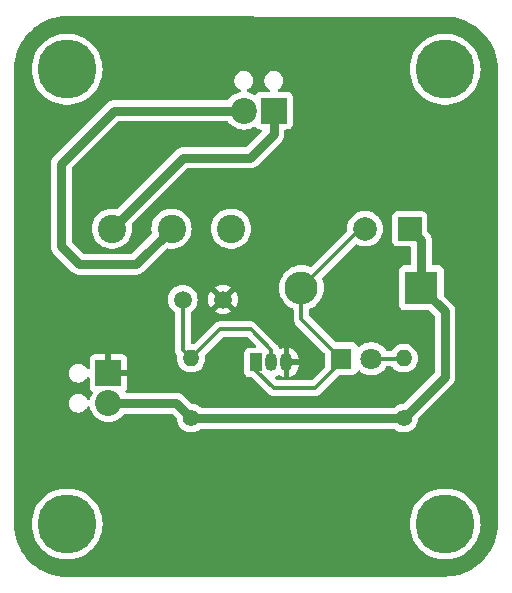
<source format=gbr>
%TF.GenerationSoftware,KiCad,Pcbnew,8.0.5*%
%TF.CreationDate,2024-12-26T12:48:10+03:00*%
%TF.ProjectId,LDR_Project,4c44525f-5072-46f6-9a65-63742e6b6963,rev?*%
%TF.SameCoordinates,Original*%
%TF.FileFunction,Copper,L1,Top*%
%TF.FilePolarity,Positive*%
%FSLAX46Y46*%
G04 Gerber Fmt 4.6, Leading zero omitted, Abs format (unit mm)*
G04 Created by KiCad (PCBNEW 8.0.5) date 2024-12-26 12:48:10*
%MOMM*%
%LPD*%
G01*
G04 APERTURE LIST*
%TA.AperFunction,ComponentPad*%
%ADD10C,1.500000*%
%TD*%
%TA.AperFunction,ComponentPad*%
%ADD11C,1.400000*%
%TD*%
%TA.AperFunction,ComponentPad*%
%ADD12O,1.400000X1.400000*%
%TD*%
%TA.AperFunction,ComponentPad*%
%ADD13R,1.050000X1.500000*%
%TD*%
%TA.AperFunction,ComponentPad*%
%ADD14O,1.050000X1.500000*%
%TD*%
%TA.AperFunction,ComponentPad*%
%ADD15R,2.200000X2.200000*%
%TD*%
%TA.AperFunction,ComponentPad*%
%ADD16C,2.200000*%
%TD*%
%TA.AperFunction,ComponentPad*%
%ADD17C,5.000000*%
%TD*%
%TA.AperFunction,ComponentPad*%
%ADD18R,1.800000X1.800000*%
%TD*%
%TA.AperFunction,ComponentPad*%
%ADD19C,1.800000*%
%TD*%
%TA.AperFunction,ComponentPad*%
%ADD20C,2.400000*%
%TD*%
%TA.AperFunction,ComponentPad*%
%ADD21R,2.000000X2.000000*%
%TD*%
%TA.AperFunction,ComponentPad*%
%ADD22C,2.000000*%
%TD*%
%TA.AperFunction,ComponentPad*%
%ADD23R,2.800000X2.800000*%
%TD*%
%TA.AperFunction,ComponentPad*%
%ADD24O,2.800000X2.800000*%
%TD*%
%TA.AperFunction,Conductor*%
%ADD25C,0.762000*%
%TD*%
%TA.AperFunction,Conductor*%
%ADD26C,0.300000*%
%TD*%
G04 APERTURE END LIST*
D10*
%TO.P,R3,1*%
%TO.N,Net-(Q1-B)*%
X125300000Y-85000000D03*
%TO.P,R3,2*%
%TO.N,GND*%
X128700000Y-85000000D03*
%TD*%
D11*
%TO.P,R1,1*%
%TO.N,Net-(D1-K)*%
X126000000Y-95040000D03*
D12*
%TO.P,R1,2*%
%TO.N,Net-(Q1-B)*%
X126000000Y-89960000D03*
%TD*%
D13*
%TO.P,Q1,1,C*%
%TO.N,Net-(D1-A)*%
X131535000Y-90325000D03*
D14*
%TO.P,Q1,2,B*%
%TO.N,Net-(Q1-B)*%
X132805000Y-90325000D03*
%TO.P,Q1,3,E*%
%TO.N,GND*%
X134075000Y-90325000D03*
%TD*%
D15*
%TO.P,J2,1,Pin_1*%
%TO.N,GND*%
X119000000Y-91230000D03*
D16*
%TO.P,J2,2,Pin_2*%
%TO.N,Net-(D1-K)*%
X119000000Y-93770000D03*
%TD*%
D17*
%TO.P,H2,1*%
%TO.N,N/C*%
X115500000Y-104000000D03*
%TD*%
D18*
%TO.P,D2,1,K*%
%TO.N,Net-(D1-A)*%
X138725000Y-90000000D03*
D19*
%TO.P,D2,2,A*%
%TO.N,Net-(D2-A)*%
X141265000Y-90000000D03*
%TD*%
D17*
%TO.P,H3,1*%
%TO.N,N/C*%
X147500000Y-65500000D03*
%TD*%
%TO.P,H1,1*%
%TO.N,N/C*%
X115500000Y-65500000D03*
%TD*%
%TO.P,H4,1*%
%TO.N,N/C*%
X147500000Y-104000000D03*
%TD*%
D15*
%TO.P,J1,1,Pin_1*%
%TO.N,Net-(J1-Pin_1)*%
X133000000Y-69000000D03*
D16*
%TO.P,J1,2,Pin_2*%
%TO.N,Net-(J1-Pin_2)*%
X130460000Y-69000000D03*
%TD*%
D20*
%TO.P,K1,11*%
%TO.N,Net-(J1-Pin_2)*%
X124340000Y-79000000D03*
%TO.P,K1,12*%
%TO.N,unconnected-(K1-Pad12)*%
X129380000Y-79000000D03*
%TO.P,K1,14*%
%TO.N,Net-(J1-Pin_1)*%
X119300000Y-79000000D03*
D21*
%TO.P,K1,A1*%
%TO.N,Net-(D1-K)*%
X144500000Y-79000000D03*
D22*
%TO.P,K1,A2*%
%TO.N,Net-(D1-A)*%
X140720000Y-79000000D03*
%TD*%
D23*
%TO.P,D1,1,K*%
%TO.N,Net-(D1-K)*%
X145500000Y-84000000D03*
D24*
%TO.P,D1,2,A*%
%TO.N,Net-(D1-A)*%
X135340000Y-84000000D03*
%TD*%
D11*
%TO.P,R2,1*%
%TO.N,Net-(D1-K)*%
X144000000Y-95040000D03*
D12*
%TO.P,R2,2*%
%TO.N,Net-(D2-A)*%
X144000000Y-89960000D03*
%TD*%
D25*
%TO.N,Net-(D1-K)*%
X124730000Y-93770000D02*
X126000000Y-95040000D01*
X147500000Y-86000000D02*
X145500000Y-84000000D01*
X144000000Y-95040000D02*
X147500000Y-91540000D01*
X145500000Y-84000000D02*
X145500000Y-80000000D01*
X147500000Y-91540000D02*
X147500000Y-86000000D01*
X119000000Y-93770000D02*
X124730000Y-93770000D01*
X126000000Y-95040000D02*
X144000000Y-95040000D01*
X145500000Y-80000000D02*
X144500000Y-79000000D01*
D26*
%TO.N,Net-(D1-A)*%
X135340000Y-84000000D02*
X135340000Y-86615000D01*
X131535000Y-90325000D02*
X131535000Y-91035000D01*
X138725000Y-90275000D02*
X138725000Y-90000000D01*
X135340000Y-84000000D02*
X140340000Y-79000000D01*
X131535000Y-91035000D02*
X133000000Y-92500000D01*
X133000000Y-92500000D02*
X136500000Y-92500000D01*
X135340000Y-86615000D02*
X138725000Y-90000000D01*
X140340000Y-79000000D02*
X140720000Y-79000000D01*
X136500000Y-92500000D02*
X138725000Y-90275000D01*
%TO.N,Net-(D2-A)*%
X143960000Y-90000000D02*
X144000000Y-89960000D01*
X141265000Y-90000000D02*
X143960000Y-90000000D01*
D25*
%TO.N,Net-(J1-Pin_1)*%
X119300000Y-79000000D02*
X125300000Y-73000000D01*
X133000000Y-71000000D02*
X133000000Y-69000000D01*
X125300000Y-73000000D02*
X131000000Y-73000000D01*
X131000000Y-73000000D02*
X133000000Y-71000000D01*
%TO.N,Net-(J1-Pin_2)*%
X115000000Y-73500000D02*
X119500000Y-69000000D01*
X115000000Y-80500000D02*
X115000000Y-73500000D01*
X119500000Y-69000000D02*
X130460000Y-69000000D01*
X124340000Y-79000000D02*
X121340000Y-82000000D01*
X121340000Y-82000000D02*
X116500000Y-82000000D01*
X116500000Y-82000000D02*
X115000000Y-80500000D01*
D26*
%TO.N,Net-(Q1-B)*%
X125300000Y-89260000D02*
X126000000Y-89960000D01*
X132805000Y-89275000D02*
X132805000Y-90325000D01*
X125300000Y-85000000D02*
X125300000Y-89260000D01*
X128460000Y-87500000D02*
X131030000Y-87500000D01*
X131030000Y-87500000D02*
X132805000Y-89275000D01*
X126000000Y-89960000D02*
X128460000Y-87500000D01*
%TD*%
%TA.AperFunction,Conductor*%
%TO.N,GND*%
G36*
X147389881Y-61035950D02*
G01*
X147391137Y-61036034D01*
X147398573Y-61036034D01*
X147398577Y-61036035D01*
X147461771Y-61036034D01*
X147467180Y-61036152D01*
X147851241Y-61052917D01*
X147861975Y-61053857D01*
X148240446Y-61103682D01*
X148251065Y-61105554D01*
X148623762Y-61188176D01*
X148634176Y-61190967D01*
X148998246Y-61305756D01*
X149008381Y-61309445D01*
X149361045Y-61455522D01*
X149370840Y-61460090D01*
X149709416Y-61636340D01*
X149718784Y-61641748D01*
X150040719Y-61846842D01*
X150049580Y-61853047D01*
X150352404Y-62085412D01*
X150360685Y-62092361D01*
X150642110Y-62350240D01*
X150649759Y-62357889D01*
X150907638Y-62639314D01*
X150914588Y-62647597D01*
X151030772Y-62799010D01*
X151146952Y-62950419D01*
X151153157Y-62959280D01*
X151358251Y-63281215D01*
X151363659Y-63290583D01*
X151539907Y-63629154D01*
X151544479Y-63638959D01*
X151690548Y-63991603D01*
X151694247Y-64001766D01*
X151797825Y-64330278D01*
X151809027Y-64365805D01*
X151811827Y-64376254D01*
X151894442Y-64748917D01*
X151896320Y-64759570D01*
X151946140Y-65138002D01*
X151947083Y-65148779D01*
X151963847Y-65532827D01*
X151963965Y-65538235D01*
X151963965Y-65611410D01*
X151963966Y-65611423D01*
X151963966Y-103890966D01*
X151963965Y-103890984D01*
X151963965Y-103961764D01*
X151963847Y-103967172D01*
X151947083Y-104351220D01*
X151946140Y-104361997D01*
X151896320Y-104740429D01*
X151894442Y-104751082D01*
X151811827Y-105123745D01*
X151809027Y-105134194D01*
X151694248Y-105498231D01*
X151690548Y-105508396D01*
X151544479Y-105861040D01*
X151539907Y-105870845D01*
X151363659Y-106209416D01*
X151358251Y-106218784D01*
X151153157Y-106540719D01*
X151146952Y-106549580D01*
X150914592Y-106852398D01*
X150907638Y-106860685D01*
X150649759Y-107142110D01*
X150642110Y-107149759D01*
X150360685Y-107407638D01*
X150352398Y-107414592D01*
X150049580Y-107646952D01*
X150040719Y-107653157D01*
X149718784Y-107858251D01*
X149709416Y-107863659D01*
X149370845Y-108039907D01*
X149361040Y-108044479D01*
X149008396Y-108190548D01*
X148998231Y-108194248D01*
X148634194Y-108309027D01*
X148623745Y-108311827D01*
X148251082Y-108394442D01*
X148240429Y-108396320D01*
X147861997Y-108446140D01*
X147851220Y-108447083D01*
X147467180Y-108463847D01*
X147461772Y-108463965D01*
X147391240Y-108463965D01*
X147389976Y-108464048D01*
X115502776Y-108499497D01*
X115497229Y-108499379D01*
X115113249Y-108482614D01*
X115102473Y-108481671D01*
X114724042Y-108431849D01*
X114713389Y-108429971D01*
X114340727Y-108347354D01*
X114330278Y-108344554D01*
X113966244Y-108229775D01*
X113956078Y-108226075D01*
X113603427Y-108080002D01*
X113593623Y-108075430D01*
X113255057Y-107899183D01*
X113245689Y-107893775D01*
X112923755Y-107688681D01*
X112914894Y-107682476D01*
X112612069Y-107450110D01*
X112603782Y-107443156D01*
X112322364Y-107185284D01*
X112314715Y-107177635D01*
X112056843Y-106896217D01*
X112049889Y-106887930D01*
X111817523Y-106585105D01*
X111811318Y-106576244D01*
X111606224Y-106254310D01*
X111600816Y-106244942D01*
X111570228Y-106186183D01*
X111424566Y-105906369D01*
X111419997Y-105896572D01*
X111407352Y-105866044D01*
X111273920Y-105543911D01*
X111270224Y-105533755D01*
X111155442Y-105169710D01*
X111152648Y-105159284D01*
X111070025Y-104786597D01*
X111068152Y-104775971D01*
X111018326Y-104397506D01*
X111017386Y-104386771D01*
X111000618Y-104002702D01*
X111000559Y-103999996D01*
X112494415Y-103999996D01*
X112494415Y-104000003D01*
X112514738Y-104348927D01*
X112514739Y-104348938D01*
X112575428Y-104693127D01*
X112575430Y-104693134D01*
X112675674Y-105027972D01*
X112814107Y-105348895D01*
X112814113Y-105348908D01*
X112988870Y-105651597D01*
X113197584Y-105931949D01*
X113197589Y-105931955D01*
X113229383Y-105965654D01*
X113437442Y-106186183D01*
X113518633Y-106254310D01*
X113705186Y-106410847D01*
X113705194Y-106410853D01*
X113997203Y-106602911D01*
X113997207Y-106602913D01*
X114309549Y-106759777D01*
X114637989Y-106879319D01*
X114978086Y-106959923D01*
X115325241Y-107000500D01*
X115325248Y-107000500D01*
X115674752Y-107000500D01*
X115674759Y-107000500D01*
X116021914Y-106959923D01*
X116362011Y-106879319D01*
X116690451Y-106759777D01*
X117002793Y-106602913D01*
X117294811Y-106410849D01*
X117562558Y-106186183D01*
X117802412Y-105931953D01*
X118011130Y-105651596D01*
X118185889Y-105348904D01*
X118324326Y-105027971D01*
X118424569Y-104693136D01*
X118426718Y-104680953D01*
X118485260Y-104348938D01*
X118485259Y-104348938D01*
X118485262Y-104348927D01*
X118505585Y-104000000D01*
X118505585Y-103999996D01*
X144494415Y-103999996D01*
X144494415Y-104000003D01*
X144514738Y-104348927D01*
X144514739Y-104348938D01*
X144575428Y-104693127D01*
X144575430Y-104693134D01*
X144675674Y-105027972D01*
X144814107Y-105348895D01*
X144814113Y-105348908D01*
X144988870Y-105651597D01*
X145197584Y-105931949D01*
X145197589Y-105931955D01*
X145229383Y-105965654D01*
X145437442Y-106186183D01*
X145518633Y-106254310D01*
X145705186Y-106410847D01*
X145705194Y-106410853D01*
X145997203Y-106602911D01*
X145997207Y-106602913D01*
X146309549Y-106759777D01*
X146637989Y-106879319D01*
X146978086Y-106959923D01*
X147325241Y-107000500D01*
X147325248Y-107000500D01*
X147674752Y-107000500D01*
X147674759Y-107000500D01*
X148021914Y-106959923D01*
X148362011Y-106879319D01*
X148690451Y-106759777D01*
X149002793Y-106602913D01*
X149294811Y-106410849D01*
X149562558Y-106186183D01*
X149802412Y-105931953D01*
X150011130Y-105651596D01*
X150185889Y-105348904D01*
X150324326Y-105027971D01*
X150424569Y-104693136D01*
X150426718Y-104680953D01*
X150485260Y-104348938D01*
X150485259Y-104348938D01*
X150485262Y-104348927D01*
X150505585Y-104000000D01*
X150505427Y-103997293D01*
X150499234Y-103890966D01*
X150485262Y-103651073D01*
X150485260Y-103651061D01*
X150424571Y-103306872D01*
X150424569Y-103306865D01*
X150324325Y-102972027D01*
X150185892Y-102651104D01*
X150185889Y-102651096D01*
X150011130Y-102348404D01*
X150011129Y-102348402D01*
X149802415Y-102068050D01*
X149802410Y-102068044D01*
X149686433Y-101945117D01*
X149562558Y-101813817D01*
X149414488Y-101689572D01*
X149294813Y-101589152D01*
X149294805Y-101589146D01*
X149002796Y-101397088D01*
X148690458Y-101240226D01*
X148690452Y-101240223D01*
X148362012Y-101120681D01*
X148362009Y-101120680D01*
X148021915Y-101040077D01*
X147978519Y-101035004D01*
X147674759Y-100999500D01*
X147325241Y-100999500D01*
X147021480Y-101035004D01*
X146978085Y-101040077D01*
X146978083Y-101040077D01*
X146637990Y-101120680D01*
X146637987Y-101120681D01*
X146309547Y-101240223D01*
X146309541Y-101240226D01*
X145997203Y-101397088D01*
X145705194Y-101589146D01*
X145705186Y-101589152D01*
X145437442Y-101813817D01*
X145437440Y-101813819D01*
X145197589Y-102068044D01*
X145197584Y-102068050D01*
X144988870Y-102348402D01*
X144814113Y-102651091D01*
X144814107Y-102651104D01*
X144675674Y-102972027D01*
X144575430Y-103306865D01*
X144575428Y-103306872D01*
X144514739Y-103651061D01*
X144514738Y-103651072D01*
X144494415Y-103999996D01*
X118505585Y-103999996D01*
X118505427Y-103997293D01*
X118499234Y-103890966D01*
X118485262Y-103651073D01*
X118485260Y-103651061D01*
X118424571Y-103306872D01*
X118424569Y-103306865D01*
X118324325Y-102972027D01*
X118185892Y-102651104D01*
X118185889Y-102651096D01*
X118011130Y-102348404D01*
X118011129Y-102348402D01*
X117802415Y-102068050D01*
X117802410Y-102068044D01*
X117686433Y-101945117D01*
X117562558Y-101813817D01*
X117414488Y-101689572D01*
X117294813Y-101589152D01*
X117294805Y-101589146D01*
X117002796Y-101397088D01*
X116690458Y-101240226D01*
X116690452Y-101240223D01*
X116362012Y-101120681D01*
X116362009Y-101120680D01*
X116021915Y-101040077D01*
X115978519Y-101035004D01*
X115674759Y-100999500D01*
X115325241Y-100999500D01*
X115021480Y-101035004D01*
X114978085Y-101040077D01*
X114978083Y-101040077D01*
X114637990Y-101120680D01*
X114637987Y-101120681D01*
X114309547Y-101240223D01*
X114309541Y-101240226D01*
X113997203Y-101397088D01*
X113705194Y-101589146D01*
X113705186Y-101589152D01*
X113437442Y-101813817D01*
X113437440Y-101813819D01*
X113197589Y-102068044D01*
X113197584Y-102068050D01*
X112988870Y-102348402D01*
X112814113Y-102651091D01*
X112814107Y-102651104D01*
X112675674Y-102972027D01*
X112575430Y-103306865D01*
X112575428Y-103306872D01*
X112514739Y-103651061D01*
X112514738Y-103651072D01*
X112494415Y-103999996D01*
X111000559Y-103999996D01*
X111000500Y-103997293D01*
X111000500Y-91151153D01*
X115659500Y-91151153D01*
X115659500Y-91308846D01*
X115690261Y-91463489D01*
X115690264Y-91463501D01*
X115750602Y-91609172D01*
X115750609Y-91609185D01*
X115838210Y-91740288D01*
X115838213Y-91740292D01*
X115949707Y-91851786D01*
X115949711Y-91851789D01*
X116080814Y-91939390D01*
X116080827Y-91939397D01*
X116226498Y-91999735D01*
X116226503Y-91999737D01*
X116381153Y-92030499D01*
X116381156Y-92030500D01*
X116381158Y-92030500D01*
X116538844Y-92030500D01*
X116538845Y-92030499D01*
X116693497Y-91999737D01*
X116839179Y-91939394D01*
X116970289Y-91851789D01*
X117081789Y-91740289D01*
X117156595Y-91628334D01*
X117172779Y-91604114D01*
X117175145Y-91605695D01*
X117215530Y-91564526D01*
X117283657Y-91549019D01*
X117349353Y-91572805D01*
X117391760Y-91628334D01*
X117400000Y-91672782D01*
X117400000Y-92377844D01*
X117406401Y-92437372D01*
X117406403Y-92437379D01*
X117456645Y-92572086D01*
X117456649Y-92572093D01*
X117542809Y-92687187D01*
X117542812Y-92687190D01*
X117619366Y-92744499D01*
X117661237Y-92800433D01*
X117666221Y-92870124D01*
X117650783Y-92908555D01*
X117569531Y-93041145D01*
X117473126Y-93273889D01*
X117432997Y-93441043D01*
X117398206Y-93501635D01*
X117336180Y-93533799D01*
X117266611Y-93527323D01*
X117211587Y-93484263D01*
X117197862Y-93459548D01*
X117169397Y-93390827D01*
X117169390Y-93390814D01*
X117081789Y-93259711D01*
X117081786Y-93259707D01*
X116970292Y-93148213D01*
X116970288Y-93148210D01*
X116839181Y-93060607D01*
X116839172Y-93060602D01*
X116693501Y-93000264D01*
X116693489Y-93000261D01*
X116538845Y-92969500D01*
X116538842Y-92969500D01*
X116381158Y-92969500D01*
X116381155Y-92969500D01*
X116226510Y-93000261D01*
X116226498Y-93000264D01*
X116080827Y-93060602D01*
X116080819Y-93060607D01*
X115949711Y-93148210D01*
X115949707Y-93148213D01*
X115838213Y-93259707D01*
X115838210Y-93259711D01*
X115750609Y-93390814D01*
X115750602Y-93390827D01*
X115690264Y-93536498D01*
X115690261Y-93536510D01*
X115659500Y-93691153D01*
X115659500Y-93848846D01*
X115690261Y-94003489D01*
X115690264Y-94003501D01*
X115750602Y-94149172D01*
X115750609Y-94149185D01*
X115838210Y-94280288D01*
X115838213Y-94280292D01*
X115949707Y-94391786D01*
X115949711Y-94391789D01*
X116080814Y-94479390D01*
X116080827Y-94479397D01*
X116226498Y-94539735D01*
X116226503Y-94539737D01*
X116381153Y-94570499D01*
X116381156Y-94570500D01*
X116381158Y-94570500D01*
X116538844Y-94570500D01*
X116538845Y-94570499D01*
X116693497Y-94539737D01*
X116839179Y-94479394D01*
X116970289Y-94391789D01*
X117081789Y-94280289D01*
X117169394Y-94149179D01*
X117169395Y-94149176D01*
X117169397Y-94149173D01*
X117197862Y-94080451D01*
X117241702Y-94026047D01*
X117307996Y-94003982D01*
X117375696Y-94021261D01*
X117423307Y-94072398D01*
X117432997Y-94098956D01*
X117473126Y-94266110D01*
X117569533Y-94498859D01*
X117701160Y-94713653D01*
X117701161Y-94713656D01*
X117701164Y-94713659D01*
X117864776Y-94905224D01*
X118013066Y-95031875D01*
X118056343Y-95068838D01*
X118056346Y-95068839D01*
X118271140Y-95200466D01*
X118418580Y-95261537D01*
X118503889Y-95296873D01*
X118748852Y-95355683D01*
X119000000Y-95375449D01*
X119251148Y-95355683D01*
X119496111Y-95296873D01*
X119728859Y-95200466D01*
X119943659Y-95068836D01*
X120135224Y-94905224D01*
X120298836Y-94713659D01*
X120300645Y-94710707D01*
X120301625Y-94709819D01*
X120301704Y-94709712D01*
X120301726Y-94709728D01*
X120352459Y-94663833D01*
X120406371Y-94651500D01*
X124313508Y-94651500D01*
X124380547Y-94671185D01*
X124401189Y-94687819D01*
X124766883Y-95053513D01*
X124800368Y-95114836D01*
X124802673Y-95129752D01*
X124814885Y-95261535D01*
X124814885Y-95261537D01*
X124875769Y-95475523D01*
X124875775Y-95475538D01*
X124974938Y-95674683D01*
X124974943Y-95674691D01*
X125109020Y-95852238D01*
X125273437Y-96002123D01*
X125273439Y-96002125D01*
X125462595Y-96119245D01*
X125462596Y-96119245D01*
X125462599Y-96119247D01*
X125670060Y-96199618D01*
X125888757Y-96240500D01*
X125888759Y-96240500D01*
X126111241Y-96240500D01*
X126111243Y-96240500D01*
X126329940Y-96199618D01*
X126537401Y-96119247D01*
X126726562Y-96002124D01*
X126779502Y-95953863D01*
X126842306Y-95923246D01*
X126863040Y-95921500D01*
X143136960Y-95921500D01*
X143203999Y-95941185D01*
X143220498Y-95953863D01*
X143273437Y-96002123D01*
X143273439Y-96002125D01*
X143462595Y-96119245D01*
X143462596Y-96119245D01*
X143462599Y-96119247D01*
X143670060Y-96199618D01*
X143888757Y-96240500D01*
X143888759Y-96240500D01*
X144111241Y-96240500D01*
X144111243Y-96240500D01*
X144329940Y-96199618D01*
X144537401Y-96119247D01*
X144726562Y-96002124D01*
X144890981Y-95852236D01*
X145025058Y-95674689D01*
X145124229Y-95475528D01*
X145185115Y-95261536D01*
X145197326Y-95129751D01*
X145223112Y-95064815D01*
X145233108Y-95053520D01*
X148184705Y-92101924D01*
X148200829Y-92077791D01*
X148232429Y-92030501D01*
X148232429Y-92030500D01*
X148232430Y-92030499D01*
X148281175Y-91957547D01*
X148347624Y-91797124D01*
X148364817Y-91710689D01*
X148381500Y-91626822D01*
X148381500Y-85913177D01*
X148379945Y-85905363D01*
X148379943Y-85905355D01*
X148347624Y-85742876D01*
X148343605Y-85733173D01*
X148281177Y-85582456D01*
X148184704Y-85438073D01*
X147436818Y-84690187D01*
X147403333Y-84628864D01*
X147400499Y-84602506D01*
X147400499Y-82552129D01*
X147400498Y-82552123D01*
X147400497Y-82552116D01*
X147394091Y-82492517D01*
X147343796Y-82357669D01*
X147343795Y-82357668D01*
X147343793Y-82357664D01*
X147257547Y-82242455D01*
X147257544Y-82242452D01*
X147142335Y-82156206D01*
X147142328Y-82156202D01*
X147007482Y-82105908D01*
X147007483Y-82105908D01*
X146947883Y-82099501D01*
X146947881Y-82099500D01*
X146947873Y-82099500D01*
X146947865Y-82099500D01*
X146505500Y-82099500D01*
X146438461Y-82079815D01*
X146392706Y-82027011D01*
X146381500Y-81975500D01*
X146381500Y-79913181D01*
X146381500Y-79913180D01*
X146376219Y-79886632D01*
X146376219Y-79886629D01*
X146347626Y-79742883D01*
X146347625Y-79742876D01*
X146283499Y-79588065D01*
X146281856Y-79583473D01*
X146281175Y-79582453D01*
X146184706Y-79438077D01*
X146061923Y-79315294D01*
X146036818Y-79290189D01*
X146003333Y-79228866D01*
X146000499Y-79202508D01*
X146000499Y-77952129D01*
X146000498Y-77952123D01*
X146000497Y-77952116D01*
X145994091Y-77892517D01*
X145974549Y-77840123D01*
X145943797Y-77757671D01*
X145943793Y-77757664D01*
X145857547Y-77642455D01*
X145857544Y-77642452D01*
X145742335Y-77556206D01*
X145742328Y-77556202D01*
X145607482Y-77505908D01*
X145607483Y-77505908D01*
X145547883Y-77499501D01*
X145547881Y-77499500D01*
X145547873Y-77499500D01*
X145547864Y-77499500D01*
X143452129Y-77499500D01*
X143452123Y-77499501D01*
X143392516Y-77505908D01*
X143257671Y-77556202D01*
X143257664Y-77556206D01*
X143142455Y-77642452D01*
X143142452Y-77642455D01*
X143056206Y-77757664D01*
X143056202Y-77757671D01*
X143005908Y-77892517D01*
X142999501Y-77952116D01*
X142999501Y-77952123D01*
X142999500Y-77952135D01*
X142999500Y-80047870D01*
X142999501Y-80047876D01*
X143005908Y-80107483D01*
X143056202Y-80242328D01*
X143056206Y-80242335D01*
X143142452Y-80357544D01*
X143142455Y-80357547D01*
X143257664Y-80443793D01*
X143257671Y-80443797D01*
X143392517Y-80494091D01*
X143392516Y-80494091D01*
X143399444Y-80494835D01*
X143452127Y-80500500D01*
X144494500Y-80500499D01*
X144561539Y-80520183D01*
X144607294Y-80572987D01*
X144618500Y-80624499D01*
X144618500Y-81975500D01*
X144598815Y-82042539D01*
X144546011Y-82088294D01*
X144494500Y-82099500D01*
X144052129Y-82099500D01*
X144052123Y-82099501D01*
X143992516Y-82105908D01*
X143857671Y-82156202D01*
X143857664Y-82156206D01*
X143742455Y-82242452D01*
X143742452Y-82242455D01*
X143656206Y-82357664D01*
X143656202Y-82357671D01*
X143605908Y-82492517D01*
X143599501Y-82552116D01*
X143599501Y-82552123D01*
X143599500Y-82552135D01*
X143599500Y-85447870D01*
X143599501Y-85447876D01*
X143605908Y-85507483D01*
X143656202Y-85642328D01*
X143656206Y-85642335D01*
X143742452Y-85757544D01*
X143742455Y-85757547D01*
X143857664Y-85843793D01*
X143857671Y-85843797D01*
X143992517Y-85894091D01*
X143992516Y-85894091D01*
X143999444Y-85894835D01*
X144052127Y-85900500D01*
X146102507Y-85900499D01*
X146169546Y-85920184D01*
X146190188Y-85936818D01*
X146582181Y-86328811D01*
X146615666Y-86390134D01*
X146618500Y-86416492D01*
X146618500Y-91123508D01*
X146598815Y-91190547D01*
X146582181Y-91211189D01*
X143990189Y-93803181D01*
X143928866Y-93836666D01*
X143902508Y-93839500D01*
X143888757Y-93839500D01*
X143670060Y-93880382D01*
X143538864Y-93931207D01*
X143462601Y-93960752D01*
X143462595Y-93960754D01*
X143273439Y-94077874D01*
X143273437Y-94077876D01*
X143220498Y-94126137D01*
X143157694Y-94156754D01*
X143136960Y-94158500D01*
X126863040Y-94158500D01*
X126796001Y-94138815D01*
X126779502Y-94126137D01*
X126726562Y-94077876D01*
X126726560Y-94077874D01*
X126537404Y-93960754D01*
X126537398Y-93960752D01*
X126329940Y-93880382D01*
X126111243Y-93839500D01*
X126111241Y-93839500D01*
X126097491Y-93839500D01*
X126030452Y-93819815D01*
X126009810Y-93803181D01*
X125291927Y-93085296D01*
X125291926Y-93085295D01*
X125147543Y-92988822D01*
X124987128Y-92922377D01*
X124987118Y-92922374D01*
X124816823Y-92888500D01*
X124816821Y-92888500D01*
X124816820Y-92888500D01*
X120554210Y-92888500D01*
X120487171Y-92868815D01*
X120441416Y-92816011D01*
X120431472Y-92746853D01*
X120454943Y-92690189D01*
X120543353Y-92572088D01*
X120543354Y-92572086D01*
X120593596Y-92437379D01*
X120593598Y-92437372D01*
X120599999Y-92377844D01*
X120600000Y-92377827D01*
X120600000Y-91480000D01*
X119490748Y-91480000D01*
X119512518Y-91442292D01*
X119550000Y-91302409D01*
X119550000Y-91157591D01*
X119512518Y-91017708D01*
X119490748Y-90980000D01*
X120600000Y-90980000D01*
X120600000Y-90082172D01*
X120599999Y-90082155D01*
X120593598Y-90022627D01*
X120593596Y-90022620D01*
X120543354Y-89887913D01*
X120543350Y-89887906D01*
X120457190Y-89772812D01*
X120457187Y-89772809D01*
X120342093Y-89686649D01*
X120342086Y-89686645D01*
X120207379Y-89636403D01*
X120207372Y-89636401D01*
X120147844Y-89630000D01*
X119250000Y-89630000D01*
X119250000Y-90739252D01*
X119212292Y-90717482D01*
X119072409Y-90680000D01*
X118927591Y-90680000D01*
X118787708Y-90717482D01*
X118750000Y-90739252D01*
X118750000Y-89630000D01*
X117852155Y-89630000D01*
X117792627Y-89636401D01*
X117792620Y-89636403D01*
X117657913Y-89686645D01*
X117657906Y-89686649D01*
X117542812Y-89772809D01*
X117542809Y-89772812D01*
X117456649Y-89887906D01*
X117456645Y-89887913D01*
X117406403Y-90022620D01*
X117406401Y-90022627D01*
X117400000Y-90082155D01*
X117400000Y-90787217D01*
X117380315Y-90854256D01*
X117327511Y-90900011D01*
X117258353Y-90909955D01*
X117194797Y-90880930D01*
X117174079Y-90855016D01*
X117172779Y-90855886D01*
X117081789Y-90719711D01*
X117081786Y-90719707D01*
X116970292Y-90608213D01*
X116970288Y-90608210D01*
X116839185Y-90520609D01*
X116839172Y-90520602D01*
X116693501Y-90460264D01*
X116693489Y-90460261D01*
X116538845Y-90429500D01*
X116538842Y-90429500D01*
X116381158Y-90429500D01*
X116381155Y-90429500D01*
X116226510Y-90460261D01*
X116226498Y-90460264D01*
X116080827Y-90520602D01*
X116080814Y-90520609D01*
X115949711Y-90608210D01*
X115949707Y-90608213D01*
X115838213Y-90719707D01*
X115838210Y-90719711D01*
X115750609Y-90850814D01*
X115750602Y-90850827D01*
X115690264Y-90996498D01*
X115690261Y-90996510D01*
X115659500Y-91151153D01*
X111000500Y-91151153D01*
X111000500Y-84999997D01*
X124044723Y-84999997D01*
X124044723Y-85000002D01*
X124063793Y-85217975D01*
X124063793Y-85217979D01*
X124120422Y-85429322D01*
X124120424Y-85429326D01*
X124120425Y-85429330D01*
X124156868Y-85507483D01*
X124212897Y-85627638D01*
X124212898Y-85627639D01*
X124338402Y-85806877D01*
X124425616Y-85894091D01*
X124493124Y-85961599D01*
X124596623Y-86034069D01*
X124640248Y-86088645D01*
X124649500Y-86135644D01*
X124649500Y-89324071D01*
X124669285Y-89423532D01*
X124669285Y-89423533D01*
X124674497Y-89449737D01*
X124674500Y-89449746D01*
X124706555Y-89527135D01*
X124723535Y-89568127D01*
X124725326Y-89570808D01*
X124793196Y-89672383D01*
X124814073Y-89739060D01*
X124813564Y-89752714D01*
X124794357Y-89959998D01*
X124794357Y-89960000D01*
X124814884Y-90181535D01*
X124814885Y-90181537D01*
X124875769Y-90395523D01*
X124875775Y-90395538D01*
X124974938Y-90594683D01*
X124974943Y-90594691D01*
X125109020Y-90772238D01*
X125273437Y-90922123D01*
X125273439Y-90922125D01*
X125462595Y-91039245D01*
X125462596Y-91039245D01*
X125462599Y-91039247D01*
X125670060Y-91119618D01*
X125888757Y-91160500D01*
X125888759Y-91160500D01*
X126111241Y-91160500D01*
X126111243Y-91160500D01*
X126329940Y-91119618D01*
X126537401Y-91039247D01*
X126726562Y-90922124D01*
X126890981Y-90772236D01*
X127025058Y-90594689D01*
X127124229Y-90395528D01*
X127185115Y-90181536D01*
X127205643Y-89960000D01*
X127186785Y-89756489D01*
X127200200Y-89687922D01*
X127222572Y-89657372D01*
X128693127Y-88186819D01*
X128754450Y-88153334D01*
X128780808Y-88150500D01*
X130709192Y-88150500D01*
X130776231Y-88170185D01*
X130796873Y-88186819D01*
X131472873Y-88862819D01*
X131506358Y-88924142D01*
X131501374Y-88993834D01*
X131459502Y-89049767D01*
X131394038Y-89074184D01*
X131385192Y-89074500D01*
X130962129Y-89074500D01*
X130962123Y-89074501D01*
X130902516Y-89080908D01*
X130767671Y-89131202D01*
X130767664Y-89131206D01*
X130652455Y-89217452D01*
X130652452Y-89217455D01*
X130566206Y-89332664D01*
X130566202Y-89332671D01*
X130515908Y-89467517D01*
X130509501Y-89527116D01*
X130509500Y-89527135D01*
X130509500Y-91122870D01*
X130509501Y-91122876D01*
X130515908Y-91182483D01*
X130566202Y-91317328D01*
X130566206Y-91317335D01*
X130652452Y-91432544D01*
X130652455Y-91432547D01*
X130767664Y-91518793D01*
X130767671Y-91518797D01*
X130780927Y-91523741D01*
X130902517Y-91569091D01*
X130962127Y-91575500D01*
X131104190Y-91575499D01*
X131171230Y-91595183D01*
X131191872Y-91611818D01*
X132585325Y-93005272D01*
X132585328Y-93005275D01*
X132668139Y-93060607D01*
X132668138Y-93060607D01*
X132691871Y-93076464D01*
X132691872Y-93076464D01*
X132691873Y-93076465D01*
X132810256Y-93125501D01*
X132810260Y-93125501D01*
X132810261Y-93125502D01*
X132935928Y-93150500D01*
X132935931Y-93150500D01*
X136564071Y-93150500D01*
X136648615Y-93133682D01*
X136689744Y-93125501D01*
X136808127Y-93076465D01*
X136831862Y-93060606D01*
X136914669Y-93005277D01*
X138483126Y-91436817D01*
X138544449Y-91403333D01*
X138570807Y-91400499D01*
X139672871Y-91400499D01*
X139672872Y-91400499D01*
X139732483Y-91394091D01*
X139867331Y-91343796D01*
X139982546Y-91257546D01*
X140068796Y-91142331D01*
X140076054Y-91122872D01*
X140097455Y-91065493D01*
X140139326Y-91009559D01*
X140204790Y-90985141D01*
X140273063Y-90999992D01*
X140304866Y-91024843D01*
X140312302Y-91032920D01*
X140313215Y-91033912D01*
X140313222Y-91033918D01*
X140496365Y-91176464D01*
X140496371Y-91176468D01*
X140496374Y-91176470D01*
X140700497Y-91286936D01*
X140814487Y-91326068D01*
X140920015Y-91362297D01*
X140920017Y-91362297D01*
X140920019Y-91362298D01*
X141148951Y-91400500D01*
X141148952Y-91400500D01*
X141381048Y-91400500D01*
X141381049Y-91400500D01*
X141609981Y-91362298D01*
X141829503Y-91286936D01*
X142033626Y-91176470D01*
X142054145Y-91160500D01*
X142106671Y-91119617D01*
X142216784Y-91033913D01*
X142373979Y-90863153D01*
X142382041Y-90850814D01*
X142423590Y-90787217D01*
X142476209Y-90706678D01*
X142529354Y-90661322D01*
X142580017Y-90650500D01*
X142955343Y-90650500D01*
X143022382Y-90670185D01*
X143054297Y-90699773D01*
X143069351Y-90719707D01*
X143108259Y-90771230D01*
X143109020Y-90772237D01*
X143273437Y-90922123D01*
X143273439Y-90922125D01*
X143462595Y-91039245D01*
X143462596Y-91039245D01*
X143462599Y-91039247D01*
X143670060Y-91119618D01*
X143888757Y-91160500D01*
X143888759Y-91160500D01*
X144111241Y-91160500D01*
X144111243Y-91160500D01*
X144329940Y-91119618D01*
X144537401Y-91039247D01*
X144726562Y-90922124D01*
X144890981Y-90772236D01*
X145025058Y-90594689D01*
X145124229Y-90395528D01*
X145185115Y-90181536D01*
X145205643Y-89960000D01*
X145185115Y-89738464D01*
X145124229Y-89524472D01*
X145124224Y-89524461D01*
X145025061Y-89325316D01*
X145025056Y-89325308D01*
X144890979Y-89147761D01*
X144726562Y-88997876D01*
X144726560Y-88997874D01*
X144537401Y-88880753D01*
X144537398Y-88880752D01*
X144329940Y-88800382D01*
X144111243Y-88759500D01*
X143888757Y-88759500D01*
X143670060Y-88800382D01*
X143538864Y-88851207D01*
X143462601Y-88880752D01*
X143462599Y-88880753D01*
X143273439Y-88997874D01*
X143273437Y-88997876D01*
X143109020Y-89147761D01*
X142993884Y-89300227D01*
X142937775Y-89341863D01*
X142894930Y-89349500D01*
X142580017Y-89349500D01*
X142512978Y-89329815D01*
X142476208Y-89293321D01*
X142373983Y-89136852D01*
X142373980Y-89136849D01*
X142373979Y-89136847D01*
X142216784Y-88966087D01*
X142216779Y-88966083D01*
X142216777Y-88966081D01*
X142033634Y-88823535D01*
X142033628Y-88823531D01*
X141829504Y-88713064D01*
X141829495Y-88713061D01*
X141609984Y-88637702D01*
X141419450Y-88605908D01*
X141381049Y-88599500D01*
X141148951Y-88599500D01*
X141110550Y-88605908D01*
X140920015Y-88637702D01*
X140700504Y-88713061D01*
X140700495Y-88713064D01*
X140496371Y-88823531D01*
X140496365Y-88823535D01*
X140313222Y-88966081D01*
X140313218Y-88966085D01*
X140313216Y-88966086D01*
X140313216Y-88966087D01*
X140312493Y-88966873D01*
X140304866Y-88975158D01*
X140244979Y-89011148D01*
X140175141Y-89009047D01*
X140117525Y-88969522D01*
X140097455Y-88934507D01*
X140068797Y-88857671D01*
X140068793Y-88857664D01*
X139982547Y-88742455D01*
X139982544Y-88742452D01*
X139867335Y-88656206D01*
X139867328Y-88656202D01*
X139732482Y-88605908D01*
X139732483Y-88605908D01*
X139672883Y-88599501D01*
X139672881Y-88599500D01*
X139672873Y-88599500D01*
X139672865Y-88599500D01*
X138295808Y-88599500D01*
X138228769Y-88579815D01*
X138208127Y-88563181D01*
X136026819Y-86381873D01*
X135993334Y-86320550D01*
X135990500Y-86294192D01*
X135990500Y-85871861D01*
X136010185Y-85804822D01*
X136062989Y-85759067D01*
X136071156Y-85755683D01*
X136131513Y-85733172D01*
X136370113Y-85602887D01*
X136587742Y-85439971D01*
X136779971Y-85247742D01*
X136942887Y-85030113D01*
X137073172Y-84791513D01*
X137168175Y-84536801D01*
X137225961Y-84271160D01*
X137245355Y-84000000D01*
X137225961Y-83728840D01*
X137168175Y-83463199D01*
X137095120Y-83267333D01*
X137090137Y-83197645D01*
X137123620Y-83136324D01*
X139897931Y-80362013D01*
X139959252Y-80328530D01*
X140028944Y-80333514D01*
X140044628Y-80340642D01*
X140115179Y-80378823D01*
X140115185Y-80378825D01*
X140115190Y-80378828D01*
X140350386Y-80459571D01*
X140595665Y-80500500D01*
X140844335Y-80500500D01*
X141089614Y-80459571D01*
X141324810Y-80378828D01*
X141543509Y-80260474D01*
X141739744Y-80107738D01*
X141908164Y-79924785D01*
X142044173Y-79716607D01*
X142144063Y-79488881D01*
X142205108Y-79247821D01*
X142208863Y-79202508D01*
X142225643Y-79000005D01*
X142225643Y-78999994D01*
X142205109Y-78752187D01*
X142205107Y-78752175D01*
X142144063Y-78511118D01*
X142044173Y-78283393D01*
X141908166Y-78075217D01*
X141875183Y-78039388D01*
X141739744Y-77892262D01*
X141543509Y-77739526D01*
X141543507Y-77739525D01*
X141543506Y-77739524D01*
X141324811Y-77621172D01*
X141324802Y-77621169D01*
X141089616Y-77540429D01*
X140844335Y-77499500D01*
X140595665Y-77499500D01*
X140350383Y-77540429D01*
X140115197Y-77621169D01*
X140115188Y-77621172D01*
X139896493Y-77739524D01*
X139700257Y-77892261D01*
X139531833Y-78075217D01*
X139395826Y-78283393D01*
X139295936Y-78511118D01*
X139234892Y-78752175D01*
X139234890Y-78752187D01*
X139214357Y-78999994D01*
X139214357Y-79000000D01*
X139225351Y-79132676D01*
X139211269Y-79201112D01*
X139189455Y-79230597D01*
X136203675Y-82216377D01*
X136142352Y-82249862D01*
X136072663Y-82244878D01*
X135876801Y-82171825D01*
X135876794Y-82171823D01*
X135876793Y-82171823D01*
X135611167Y-82114040D01*
X135611160Y-82114039D01*
X135340001Y-82094645D01*
X135339999Y-82094645D01*
X135068839Y-82114039D01*
X135068832Y-82114040D01*
X134803206Y-82171823D01*
X134803202Y-82171824D01*
X134803199Y-82171825D01*
X134683751Y-82216377D01*
X134548480Y-82266830D01*
X134309892Y-82397109D01*
X134309891Y-82397110D01*
X134092259Y-82560028D01*
X134092247Y-82560038D01*
X133900038Y-82752247D01*
X133900028Y-82752259D01*
X133737110Y-82969891D01*
X133737109Y-82969892D01*
X133606830Y-83208480D01*
X133584878Y-83267337D01*
X133511825Y-83463199D01*
X133511824Y-83463202D01*
X133511823Y-83463206D01*
X133454040Y-83728832D01*
X133454039Y-83728839D01*
X133434645Y-83999998D01*
X133434645Y-84000001D01*
X133454039Y-84271160D01*
X133454040Y-84271167D01*
X133511823Y-84536793D01*
X133511825Y-84536801D01*
X133565206Y-84679920D01*
X133606830Y-84791519D01*
X133737109Y-85030107D01*
X133737110Y-85030108D01*
X133737113Y-85030113D01*
X133900029Y-85247742D01*
X133900033Y-85247746D01*
X133900038Y-85247752D01*
X134092247Y-85439961D01*
X134092253Y-85439966D01*
X134092258Y-85439971D01*
X134309887Y-85602887D01*
X134309891Y-85602889D01*
X134309892Y-85602890D01*
X134548481Y-85733169D01*
X134548489Y-85733173D01*
X134569784Y-85741115D01*
X134608833Y-85755679D01*
X134664766Y-85797550D01*
X134689184Y-85863014D01*
X134689500Y-85871861D01*
X134689500Y-86679069D01*
X134709811Y-86781175D01*
X134714499Y-86804744D01*
X134763535Y-86923127D01*
X134811376Y-86994727D01*
X134834726Y-87029673D01*
X134834727Y-87029674D01*
X137288181Y-89483127D01*
X137321666Y-89544450D01*
X137324500Y-89570808D01*
X137324500Y-90704191D01*
X137304815Y-90771230D01*
X137288181Y-90791872D01*
X136266873Y-91813181D01*
X136205550Y-91846666D01*
X136179192Y-91849500D01*
X133320808Y-91849500D01*
X133253769Y-91829815D01*
X133233127Y-91813181D01*
X133130635Y-91710689D01*
X133097150Y-91649366D01*
X133102134Y-91579674D01*
X133144006Y-91523741D01*
X133170861Y-91508448D01*
X133290756Y-91458786D01*
X133371562Y-91404792D01*
X133438234Y-91383917D01*
X133505614Y-91402401D01*
X133509340Y-91404795D01*
X133589479Y-91458343D01*
X133589486Y-91458347D01*
X133776016Y-91535609D01*
X133776025Y-91535612D01*
X133825000Y-91545353D01*
X133825000Y-90690865D01*
X133827383Y-90666671D01*
X133830500Y-90651002D01*
X133830500Y-90610830D01*
X133844745Y-90625075D01*
X133930255Y-90674444D01*
X134025630Y-90700000D01*
X134124370Y-90700000D01*
X134219745Y-90674444D01*
X134305255Y-90625075D01*
X134325000Y-90605330D01*
X134325000Y-91545352D01*
X134373974Y-91535612D01*
X134373983Y-91535609D01*
X134560513Y-91458347D01*
X134560526Y-91458340D01*
X134728399Y-91346170D01*
X134728403Y-91346167D01*
X134871167Y-91203403D01*
X134871170Y-91203399D01*
X134983340Y-91035526D01*
X134983347Y-91035513D01*
X135060609Y-90848983D01*
X135060612Y-90848974D01*
X135099999Y-90650958D01*
X135100000Y-90650955D01*
X135100000Y-90575000D01*
X134355330Y-90575000D01*
X134375075Y-90555255D01*
X134424444Y-90469745D01*
X134450000Y-90374370D01*
X134450000Y-90275630D01*
X134424444Y-90180255D01*
X134375075Y-90094745D01*
X134355330Y-90075000D01*
X135100000Y-90075000D01*
X135100000Y-89999045D01*
X135099999Y-89999041D01*
X135060612Y-89801025D01*
X135060609Y-89801016D01*
X134983347Y-89614486D01*
X134983340Y-89614473D01*
X134871170Y-89446600D01*
X134871167Y-89446596D01*
X134728403Y-89303832D01*
X134728399Y-89303829D01*
X134560526Y-89191659D01*
X134560513Y-89191652D01*
X134373984Y-89114390D01*
X134373977Y-89114388D01*
X134325000Y-89104645D01*
X134325000Y-90044670D01*
X134305255Y-90024925D01*
X134219745Y-89975556D01*
X134124370Y-89950000D01*
X134025630Y-89950000D01*
X133930255Y-89975556D01*
X133844745Y-90024925D01*
X133830500Y-90039170D01*
X133830500Y-89998996D01*
X133830499Y-89998995D01*
X133827383Y-89983326D01*
X133825000Y-89959134D01*
X133825000Y-89104646D01*
X133824999Y-89104645D01*
X133776022Y-89114388D01*
X133776015Y-89114390D01*
X133601748Y-89186574D01*
X133532279Y-89194043D01*
X133469800Y-89162768D01*
X133434148Y-89102679D01*
X133432682Y-89096222D01*
X133430501Y-89085256D01*
X133381465Y-88966873D01*
X133323922Y-88880753D01*
X133310277Y-88860331D01*
X132600446Y-88150500D01*
X131444674Y-86994727D01*
X131444673Y-86994726D01*
X131444669Y-86994723D01*
X131338127Y-86923535D01*
X131337137Y-86923125D01*
X131219744Y-86874499D01*
X131219738Y-86874497D01*
X131094071Y-86849500D01*
X131094069Y-86849500D01*
X128395931Y-86849500D01*
X128395929Y-86849500D01*
X128270261Y-86874497D01*
X128270255Y-86874499D01*
X128151870Y-86923535D01*
X128045331Y-86994722D01*
X128045324Y-86994728D01*
X126300105Y-88739947D01*
X126238782Y-88773432D01*
X126189640Y-88774154D01*
X126111243Y-88759500D01*
X126111241Y-88759500D01*
X126074500Y-88759500D01*
X126007461Y-88739815D01*
X125961706Y-88687011D01*
X125950500Y-88635500D01*
X125950500Y-86135644D01*
X125970185Y-86068605D01*
X126003377Y-86034069D01*
X126106877Y-85961598D01*
X126261598Y-85806877D01*
X126387102Y-85627639D01*
X126479575Y-85429330D01*
X126536207Y-85217977D01*
X126555277Y-85000000D01*
X126555277Y-84999999D01*
X127445225Y-84999999D01*
X127445225Y-85000000D01*
X127464287Y-85217884D01*
X127464289Y-85217894D01*
X127520894Y-85429150D01*
X127520898Y-85429159D01*
X127613333Y-85627387D01*
X127656874Y-85689571D01*
X128300000Y-85046445D01*
X128300000Y-85052661D01*
X128327259Y-85154394D01*
X128379920Y-85245606D01*
X128454394Y-85320080D01*
X128545606Y-85372741D01*
X128647339Y-85400000D01*
X128653553Y-85400000D01*
X128010427Y-86043124D01*
X128072612Y-86086666D01*
X128270840Y-86179101D01*
X128270849Y-86179105D01*
X128482105Y-86235710D01*
X128482115Y-86235712D01*
X128699999Y-86254775D01*
X128700001Y-86254775D01*
X128917884Y-86235712D01*
X128917894Y-86235710D01*
X129129150Y-86179105D01*
X129129164Y-86179100D01*
X129327383Y-86086669D01*
X129327385Y-86086668D01*
X129389571Y-86043124D01*
X128746448Y-85400000D01*
X128752661Y-85400000D01*
X128854394Y-85372741D01*
X128945606Y-85320080D01*
X129020080Y-85245606D01*
X129072741Y-85154394D01*
X129100000Y-85052661D01*
X129100000Y-85046446D01*
X129743124Y-85689570D01*
X129786668Y-85627385D01*
X129786669Y-85627383D01*
X129879100Y-85429164D01*
X129879105Y-85429150D01*
X129935710Y-85217894D01*
X129935712Y-85217884D01*
X129954775Y-85000000D01*
X129954775Y-84999999D01*
X129935712Y-84782115D01*
X129935710Y-84782105D01*
X129879105Y-84570849D01*
X129879101Y-84570840D01*
X129786667Y-84372614D01*
X129786666Y-84372612D01*
X129743124Y-84310428D01*
X129743124Y-84310427D01*
X129100000Y-84953551D01*
X129100000Y-84947339D01*
X129072741Y-84845606D01*
X129020080Y-84754394D01*
X128945606Y-84679920D01*
X128854394Y-84627259D01*
X128752661Y-84600000D01*
X128746447Y-84600000D01*
X129389571Y-83956874D01*
X129327387Y-83913333D01*
X129129159Y-83820898D01*
X129129150Y-83820894D01*
X128917894Y-83764289D01*
X128917884Y-83764287D01*
X128700001Y-83745225D01*
X128699999Y-83745225D01*
X128482115Y-83764287D01*
X128482105Y-83764289D01*
X128270849Y-83820894D01*
X128270840Y-83820898D01*
X128072613Y-83913333D01*
X128010428Y-83956874D01*
X128653554Y-84600000D01*
X128647339Y-84600000D01*
X128545606Y-84627259D01*
X128454394Y-84679920D01*
X128379920Y-84754394D01*
X128327259Y-84845606D01*
X128300000Y-84947339D01*
X128300000Y-84953554D01*
X127656874Y-84310428D01*
X127613333Y-84372613D01*
X127520898Y-84570840D01*
X127520894Y-84570849D01*
X127464289Y-84782105D01*
X127464287Y-84782115D01*
X127445225Y-84999999D01*
X126555277Y-84999999D01*
X126536207Y-84782023D01*
X126494738Y-84627259D01*
X126479577Y-84570677D01*
X126479576Y-84570676D01*
X126479575Y-84570670D01*
X126387102Y-84372362D01*
X126387100Y-84372359D01*
X126387099Y-84372357D01*
X126261599Y-84193124D01*
X126261596Y-84193121D01*
X126106877Y-84038402D01*
X125968978Y-83941844D01*
X125927638Y-83912897D01*
X125828484Y-83866661D01*
X125729330Y-83820425D01*
X125729326Y-83820424D01*
X125729322Y-83820422D01*
X125517977Y-83763793D01*
X125300002Y-83744723D01*
X125299998Y-83744723D01*
X125154682Y-83757436D01*
X125082023Y-83763793D01*
X125082020Y-83763793D01*
X124870677Y-83820422D01*
X124870668Y-83820426D01*
X124672361Y-83912898D01*
X124672357Y-83912900D01*
X124493121Y-84038402D01*
X124338402Y-84193121D01*
X124212900Y-84372357D01*
X124212898Y-84372361D01*
X124120426Y-84570668D01*
X124120422Y-84570677D01*
X124063793Y-84782020D01*
X124063793Y-84782024D01*
X124044723Y-84999997D01*
X111000500Y-84999997D01*
X111000500Y-80586823D01*
X114118499Y-80586823D01*
X114152374Y-80757118D01*
X114152377Y-80757128D01*
X114218822Y-80917543D01*
X114315295Y-81061926D01*
X114315296Y-81061927D01*
X115938072Y-82684702D01*
X115938076Y-82684705D01*
X116082446Y-82781171D01*
X116082459Y-82781178D01*
X116242871Y-82847622D01*
X116242876Y-82847624D01*
X116242880Y-82847624D01*
X116242881Y-82847625D01*
X116413176Y-82881500D01*
X116413179Y-82881500D01*
X121426823Y-82881500D01*
X121541393Y-82858709D01*
X121597124Y-82847624D01*
X121677335Y-82814399D01*
X121757543Y-82781177D01*
X121757544Y-82781176D01*
X121757547Y-82781175D01*
X121901924Y-82684706D01*
X123884624Y-80702003D01*
X123945945Y-80668520D01*
X123990782Y-80667071D01*
X124212565Y-80700500D01*
X124467435Y-80700500D01*
X124719458Y-80662513D01*
X124963004Y-80587389D01*
X125192634Y-80476805D01*
X125403217Y-80333232D01*
X125590050Y-80159877D01*
X125748959Y-79960612D01*
X125876393Y-79739888D01*
X125969508Y-79502637D01*
X126026222Y-79254157D01*
X126045268Y-79000000D01*
X126045268Y-78999995D01*
X127674732Y-78999995D01*
X127674732Y-79000004D01*
X127693777Y-79254154D01*
X127739297Y-79453592D01*
X127750492Y-79502637D01*
X127843607Y-79739888D01*
X127971041Y-79960612D01*
X128129950Y-80159877D01*
X128316783Y-80333232D01*
X128527366Y-80476805D01*
X128527371Y-80476807D01*
X128527372Y-80476808D01*
X128527373Y-80476809D01*
X128617441Y-80520183D01*
X128756992Y-80587387D01*
X128756993Y-80587387D01*
X128756996Y-80587389D01*
X129000542Y-80662513D01*
X129252565Y-80700500D01*
X129507435Y-80700500D01*
X129759458Y-80662513D01*
X130003004Y-80587389D01*
X130232634Y-80476805D01*
X130443217Y-80333232D01*
X130630050Y-80159877D01*
X130788959Y-79960612D01*
X130916393Y-79739888D01*
X131009508Y-79502637D01*
X131066222Y-79254157D01*
X131085268Y-79000000D01*
X131066222Y-78745843D01*
X131009508Y-78497363D01*
X130916393Y-78260112D01*
X130788959Y-78039388D01*
X130630050Y-77840123D01*
X130443217Y-77666768D01*
X130232634Y-77523195D01*
X130232630Y-77523193D01*
X130232627Y-77523191D01*
X130232626Y-77523190D01*
X130003006Y-77412612D01*
X130003008Y-77412612D01*
X129759466Y-77337489D01*
X129759462Y-77337488D01*
X129759458Y-77337487D01*
X129638231Y-77319214D01*
X129507440Y-77299500D01*
X129507435Y-77299500D01*
X129252565Y-77299500D01*
X129252559Y-77299500D01*
X129095609Y-77323157D01*
X129000542Y-77337487D01*
X129000539Y-77337488D01*
X129000533Y-77337489D01*
X128756992Y-77412612D01*
X128527373Y-77523190D01*
X128527372Y-77523191D01*
X128316782Y-77666768D01*
X128129952Y-77840121D01*
X128129950Y-77840123D01*
X127971041Y-78039388D01*
X127843608Y-78260109D01*
X127750492Y-78497362D01*
X127750490Y-78497369D01*
X127693777Y-78745845D01*
X127674732Y-78999995D01*
X126045268Y-78999995D01*
X126026222Y-78745843D01*
X125969508Y-78497363D01*
X125876393Y-78260112D01*
X125748959Y-78039388D01*
X125590050Y-77840123D01*
X125403217Y-77666768D01*
X125192634Y-77523195D01*
X125192630Y-77523193D01*
X125192627Y-77523191D01*
X125192626Y-77523190D01*
X124963006Y-77412612D01*
X124963008Y-77412612D01*
X124719466Y-77337489D01*
X124719462Y-77337488D01*
X124719458Y-77337487D01*
X124598231Y-77319214D01*
X124467440Y-77299500D01*
X124467435Y-77299500D01*
X124212565Y-77299500D01*
X124212559Y-77299500D01*
X124055609Y-77323157D01*
X123960542Y-77337487D01*
X123960539Y-77337488D01*
X123960533Y-77337489D01*
X123716992Y-77412612D01*
X123487373Y-77523190D01*
X123487372Y-77523191D01*
X123276782Y-77666768D01*
X123089952Y-77840121D01*
X123089950Y-77840123D01*
X122931041Y-78039388D01*
X122803608Y-78260109D01*
X122710492Y-78497362D01*
X122710490Y-78497369D01*
X122653777Y-78745845D01*
X122634732Y-78999995D01*
X122634732Y-79000004D01*
X122653777Y-79254154D01*
X122672987Y-79338318D01*
X122668714Y-79408057D01*
X122639777Y-79453592D01*
X121011189Y-81082181D01*
X120949866Y-81115666D01*
X120923508Y-81118500D01*
X116916491Y-81118500D01*
X116849452Y-81098815D01*
X116828810Y-81082181D01*
X115917819Y-80171189D01*
X115884334Y-80109866D01*
X115881500Y-80083508D01*
X115881500Y-73916492D01*
X115901185Y-73849453D01*
X115917819Y-73828811D01*
X119828811Y-69917819D01*
X119890134Y-69884334D01*
X119916492Y-69881500D01*
X129053629Y-69881500D01*
X129120668Y-69901185D01*
X129159355Y-69940707D01*
X129161164Y-69943659D01*
X129324776Y-70135224D01*
X129473066Y-70261875D01*
X129516343Y-70298838D01*
X129516346Y-70298839D01*
X129731140Y-70430466D01*
X129963889Y-70526873D01*
X130208852Y-70585683D01*
X130460000Y-70605449D01*
X130711148Y-70585683D01*
X130956111Y-70526873D01*
X131188859Y-70430466D01*
X131321019Y-70349477D01*
X131388461Y-70331234D01*
X131455064Y-70352350D01*
X131485072Y-70380894D01*
X131542455Y-70457547D01*
X131657664Y-70543793D01*
X131657671Y-70543797D01*
X131702618Y-70560561D01*
X131792517Y-70594091D01*
X131852127Y-70600500D01*
X131853485Y-70600499D01*
X131853787Y-70600588D01*
X131855453Y-70600678D01*
X131855431Y-70601071D01*
X131920525Y-70620169D01*
X131966291Y-70672964D01*
X131976250Y-70742120D01*
X131947238Y-70805682D01*
X131941189Y-70812180D01*
X130671189Y-72082181D01*
X130609866Y-72115666D01*
X130583508Y-72118500D01*
X125213177Y-72118500D01*
X125042881Y-72152374D01*
X125042871Y-72152377D01*
X124882459Y-72218821D01*
X124882446Y-72218828D01*
X124738076Y-72315294D01*
X124738072Y-72315297D01*
X119755375Y-77297993D01*
X119694052Y-77331478D01*
X119649213Y-77332927D01*
X119427442Y-77299500D01*
X119427435Y-77299500D01*
X119172565Y-77299500D01*
X119172559Y-77299500D01*
X119015609Y-77323157D01*
X118920542Y-77337487D01*
X118920539Y-77337488D01*
X118920533Y-77337489D01*
X118676992Y-77412612D01*
X118447373Y-77523190D01*
X118447372Y-77523191D01*
X118236782Y-77666768D01*
X118049952Y-77840121D01*
X118049950Y-77840123D01*
X117891041Y-78039388D01*
X117763608Y-78260109D01*
X117670492Y-78497362D01*
X117670490Y-78497369D01*
X117613777Y-78745845D01*
X117594732Y-78999995D01*
X117594732Y-79000004D01*
X117613777Y-79254154D01*
X117659297Y-79453592D01*
X117670492Y-79502637D01*
X117763607Y-79739888D01*
X117891041Y-79960612D01*
X118049950Y-80159877D01*
X118236783Y-80333232D01*
X118447366Y-80476805D01*
X118447371Y-80476807D01*
X118447372Y-80476808D01*
X118447373Y-80476809D01*
X118537441Y-80520183D01*
X118676992Y-80587387D01*
X118676993Y-80587387D01*
X118676996Y-80587389D01*
X118920542Y-80662513D01*
X119172565Y-80700500D01*
X119427435Y-80700500D01*
X119679458Y-80662513D01*
X119923004Y-80587389D01*
X120152634Y-80476805D01*
X120363217Y-80333232D01*
X120550050Y-80159877D01*
X120708959Y-79960612D01*
X120836393Y-79739888D01*
X120929508Y-79502637D01*
X120986222Y-79254157D01*
X121005268Y-79000000D01*
X121005268Y-78999994D01*
X120986223Y-78745850D01*
X120986222Y-78745845D01*
X120986222Y-78745843D01*
X120967012Y-78661680D01*
X120971285Y-78591941D01*
X121000220Y-78546408D01*
X125628810Y-73917819D01*
X125690133Y-73884334D01*
X125716491Y-73881500D01*
X131086823Y-73881500D01*
X131201393Y-73858709D01*
X131257124Y-73847624D01*
X131337335Y-73814399D01*
X131417543Y-73781177D01*
X131417544Y-73781176D01*
X131417547Y-73781175D01*
X131561924Y-73684706D01*
X133684706Y-71561924D01*
X133781175Y-71417547D01*
X133847624Y-71257124D01*
X133881500Y-71086821D01*
X133881500Y-70913179D01*
X133881500Y-70724499D01*
X133901185Y-70657460D01*
X133953989Y-70611705D01*
X134005500Y-70600499D01*
X134147871Y-70600499D01*
X134147872Y-70600499D01*
X134207483Y-70594091D01*
X134342331Y-70543796D01*
X134457546Y-70457546D01*
X134543796Y-70342331D01*
X134594091Y-70207483D01*
X134600500Y-70147873D01*
X134600499Y-67852128D01*
X134594091Y-67792517D01*
X134560017Y-67701161D01*
X134543797Y-67657671D01*
X134543793Y-67657664D01*
X134457547Y-67542455D01*
X134457544Y-67542452D01*
X134342335Y-67456206D01*
X134342328Y-67456202D01*
X134207482Y-67405908D01*
X134207483Y-67405908D01*
X134147883Y-67399501D01*
X134147881Y-67399500D01*
X134147873Y-67399500D01*
X134147865Y-67399500D01*
X133443574Y-67399500D01*
X133376535Y-67379815D01*
X133330780Y-67327011D01*
X133320836Y-67257853D01*
X133349861Y-67194297D01*
X133374683Y-67172398D01*
X133405816Y-67151596D01*
X133510289Y-67081789D01*
X133621789Y-66970289D01*
X133709394Y-66839179D01*
X133769737Y-66693497D01*
X133800500Y-66538842D01*
X133800500Y-66381158D01*
X133800500Y-66381155D01*
X133800499Y-66381153D01*
X133769738Y-66226510D01*
X133769737Y-66226503D01*
X133755912Y-66193127D01*
X133709397Y-66080827D01*
X133709390Y-66080814D01*
X133621789Y-65949711D01*
X133621786Y-65949707D01*
X133510292Y-65838213D01*
X133510288Y-65838210D01*
X133379185Y-65750609D01*
X133379172Y-65750602D01*
X133233501Y-65690264D01*
X133233489Y-65690261D01*
X133078845Y-65659500D01*
X133078842Y-65659500D01*
X132921158Y-65659500D01*
X132921155Y-65659500D01*
X132766510Y-65690261D01*
X132766498Y-65690264D01*
X132620827Y-65750602D01*
X132620814Y-65750609D01*
X132489711Y-65838210D01*
X132489707Y-65838213D01*
X132378213Y-65949707D01*
X132378210Y-65949711D01*
X132290609Y-66080814D01*
X132290602Y-66080827D01*
X132230264Y-66226498D01*
X132230261Y-66226510D01*
X132199500Y-66381153D01*
X132199500Y-66538846D01*
X132230261Y-66693489D01*
X132230264Y-66693501D01*
X132290602Y-66839172D01*
X132290609Y-66839185D01*
X132378210Y-66970288D01*
X132378213Y-66970292D01*
X132489707Y-67081786D01*
X132489711Y-67081789D01*
X132625316Y-67172398D01*
X132670121Y-67226010D01*
X132678828Y-67295335D01*
X132648674Y-67358363D01*
X132589230Y-67395082D01*
X132556425Y-67399500D01*
X131852129Y-67399500D01*
X131852123Y-67399501D01*
X131792516Y-67405908D01*
X131657671Y-67456202D01*
X131657664Y-67456206D01*
X131542455Y-67542452D01*
X131485072Y-67619105D01*
X131429138Y-67660976D01*
X131359446Y-67665959D01*
X131321016Y-67650520D01*
X131188859Y-67569533D01*
X130956110Y-67473126D01*
X130788956Y-67432997D01*
X130728364Y-67398206D01*
X130696200Y-67336180D01*
X130702676Y-67266611D01*
X130745735Y-67211587D01*
X130770451Y-67197862D01*
X130839173Y-67169397D01*
X130839176Y-67169395D01*
X130839179Y-67169394D01*
X130970289Y-67081789D01*
X131081789Y-66970289D01*
X131169394Y-66839179D01*
X131229737Y-66693497D01*
X131260500Y-66538842D01*
X131260500Y-66381158D01*
X131260500Y-66381155D01*
X131260499Y-66381153D01*
X131229738Y-66226510D01*
X131229737Y-66226503D01*
X131215912Y-66193127D01*
X131169397Y-66080827D01*
X131169390Y-66080814D01*
X131081789Y-65949711D01*
X131081786Y-65949707D01*
X130970292Y-65838213D01*
X130970288Y-65838210D01*
X130839185Y-65750609D01*
X130839172Y-65750602D01*
X130693501Y-65690264D01*
X130693489Y-65690261D01*
X130538845Y-65659500D01*
X130538842Y-65659500D01*
X130381158Y-65659500D01*
X130381155Y-65659500D01*
X130226510Y-65690261D01*
X130226498Y-65690264D01*
X130080827Y-65750602D01*
X130080814Y-65750609D01*
X129949711Y-65838210D01*
X129949707Y-65838213D01*
X129838213Y-65949707D01*
X129838210Y-65949711D01*
X129750609Y-66080814D01*
X129750602Y-66080827D01*
X129690264Y-66226498D01*
X129690261Y-66226510D01*
X129659500Y-66381153D01*
X129659500Y-66538846D01*
X129690261Y-66693489D01*
X129690264Y-66693501D01*
X129750602Y-66839172D01*
X129750609Y-66839185D01*
X129838210Y-66970288D01*
X129838213Y-66970292D01*
X129949707Y-67081786D01*
X129949711Y-67081789D01*
X130080814Y-67169390D01*
X130080827Y-67169397D01*
X130149548Y-67197862D01*
X130203952Y-67241703D01*
X130226017Y-67307997D01*
X130208738Y-67375696D01*
X130157601Y-67423307D01*
X130131043Y-67432997D01*
X129963889Y-67473126D01*
X129731140Y-67569533D01*
X129516346Y-67701160D01*
X129516343Y-67701161D01*
X129324776Y-67864776D01*
X129161163Y-68056342D01*
X129159355Y-68059293D01*
X129158374Y-68060180D01*
X129158296Y-68060288D01*
X129158273Y-68060271D01*
X129107541Y-68106167D01*
X129053629Y-68118500D01*
X119413177Y-68118500D01*
X119242881Y-68152374D01*
X119242871Y-68152377D01*
X119082456Y-68218822D01*
X118938073Y-68315295D01*
X114315295Y-72938073D01*
X114218822Y-73082456D01*
X114152377Y-73242871D01*
X114152374Y-73242881D01*
X114118500Y-73413177D01*
X114118500Y-73413180D01*
X114118500Y-80413179D01*
X114118500Y-80586821D01*
X114118500Y-80586823D01*
X114118499Y-80586823D01*
X111000500Y-80586823D01*
X111000500Y-65502706D01*
X111000559Y-65499996D01*
X112494415Y-65499996D01*
X112494415Y-65500003D01*
X112514738Y-65848927D01*
X112514739Y-65848938D01*
X112575428Y-66193127D01*
X112575430Y-66193134D01*
X112675674Y-66527972D01*
X112814107Y-66848895D01*
X112814113Y-66848908D01*
X112988870Y-67151597D01*
X113197584Y-67431949D01*
X113197589Y-67431955D01*
X113301840Y-67542454D01*
X113437442Y-67686183D01*
X113564165Y-67792516D01*
X113705186Y-67910847D01*
X113705194Y-67910853D01*
X113997203Y-68102911D01*
X113997207Y-68102913D01*
X114309549Y-68259777D01*
X114637989Y-68379319D01*
X114978086Y-68459923D01*
X115325241Y-68500500D01*
X115325248Y-68500500D01*
X115674752Y-68500500D01*
X115674759Y-68500500D01*
X116021914Y-68459923D01*
X116362011Y-68379319D01*
X116690451Y-68259777D01*
X117002793Y-68102913D01*
X117294811Y-67910849D01*
X117562558Y-67686183D01*
X117802412Y-67431953D01*
X118011130Y-67151596D01*
X118185889Y-66848904D01*
X118324326Y-66527971D01*
X118424569Y-66193136D01*
X118444375Y-66080814D01*
X118485260Y-65848938D01*
X118485259Y-65848938D01*
X118485262Y-65848927D01*
X118503673Y-65532827D01*
X118505585Y-65500003D01*
X118505585Y-65499996D01*
X144494415Y-65499996D01*
X144494415Y-65500003D01*
X144514738Y-65848927D01*
X144514739Y-65848938D01*
X144575428Y-66193127D01*
X144575430Y-66193134D01*
X144675674Y-66527972D01*
X144814107Y-66848895D01*
X144814113Y-66848908D01*
X144988870Y-67151597D01*
X145197584Y-67431949D01*
X145197589Y-67431955D01*
X145301840Y-67542454D01*
X145437442Y-67686183D01*
X145564165Y-67792516D01*
X145705186Y-67910847D01*
X145705194Y-67910853D01*
X145997203Y-68102911D01*
X145997207Y-68102913D01*
X146309549Y-68259777D01*
X146637989Y-68379319D01*
X146978086Y-68459923D01*
X147325241Y-68500500D01*
X147325248Y-68500500D01*
X147674752Y-68500500D01*
X147674759Y-68500500D01*
X148021914Y-68459923D01*
X148362011Y-68379319D01*
X148690451Y-68259777D01*
X149002793Y-68102913D01*
X149294811Y-67910849D01*
X149562558Y-67686183D01*
X149802412Y-67431953D01*
X150011130Y-67151596D01*
X150185889Y-66848904D01*
X150324326Y-66527971D01*
X150424569Y-66193136D01*
X150444375Y-66080814D01*
X150485260Y-65848938D01*
X150485259Y-65848938D01*
X150485262Y-65848927D01*
X150503673Y-65532827D01*
X150505585Y-65500003D01*
X150505585Y-65499996D01*
X150492334Y-65272498D01*
X150485262Y-65151073D01*
X150478593Y-65113249D01*
X150424571Y-64806872D01*
X150424569Y-64806865D01*
X150408802Y-64754199D01*
X150324326Y-64472029D01*
X150185889Y-64151096D01*
X150011130Y-63848404D01*
X150011129Y-63848402D01*
X149802415Y-63568050D01*
X149802410Y-63568044D01*
X149686433Y-63445117D01*
X149562558Y-63313817D01*
X149414488Y-63189572D01*
X149294813Y-63089152D01*
X149294805Y-63089146D01*
X149002796Y-62897088D01*
X148690458Y-62740226D01*
X148690452Y-62740223D01*
X148362012Y-62620681D01*
X148362009Y-62620680D01*
X148021915Y-62540077D01*
X147978519Y-62535004D01*
X147674759Y-62499500D01*
X147325241Y-62499500D01*
X147021480Y-62535004D01*
X146978085Y-62540077D01*
X146978083Y-62540077D01*
X146637990Y-62620680D01*
X146637987Y-62620681D01*
X146309547Y-62740223D01*
X146309541Y-62740226D01*
X145997203Y-62897088D01*
X145705194Y-63089146D01*
X145705186Y-63089152D01*
X145437442Y-63313817D01*
X145437440Y-63313819D01*
X145197589Y-63568044D01*
X145197584Y-63568050D01*
X144988870Y-63848402D01*
X144814113Y-64151091D01*
X144814107Y-64151104D01*
X144675674Y-64472027D01*
X144575430Y-64806865D01*
X144575428Y-64806872D01*
X144514739Y-65151061D01*
X144514738Y-65151072D01*
X144494415Y-65499996D01*
X118505585Y-65499996D01*
X118492334Y-65272498D01*
X118485262Y-65151073D01*
X118478593Y-65113249D01*
X118424571Y-64806872D01*
X118424569Y-64806865D01*
X118408802Y-64754199D01*
X118324326Y-64472029D01*
X118185889Y-64151096D01*
X118011130Y-63848404D01*
X118011129Y-63848402D01*
X117802415Y-63568050D01*
X117802410Y-63568044D01*
X117686433Y-63445117D01*
X117562558Y-63313817D01*
X117414488Y-63189572D01*
X117294813Y-63089152D01*
X117294805Y-63089146D01*
X117002796Y-62897088D01*
X116690458Y-62740226D01*
X116690452Y-62740223D01*
X116362012Y-62620681D01*
X116362009Y-62620680D01*
X116021915Y-62540077D01*
X115978519Y-62535004D01*
X115674759Y-62499500D01*
X115325241Y-62499500D01*
X115021480Y-62535004D01*
X114978085Y-62540077D01*
X114978083Y-62540077D01*
X114637990Y-62620680D01*
X114637987Y-62620681D01*
X114309547Y-62740223D01*
X114309541Y-62740226D01*
X113997203Y-62897088D01*
X113705194Y-63089146D01*
X113705186Y-63089152D01*
X113437442Y-63313817D01*
X113437440Y-63313819D01*
X113197589Y-63568044D01*
X113197584Y-63568050D01*
X112988870Y-63848402D01*
X112814113Y-64151091D01*
X112814107Y-64151104D01*
X112675674Y-64472027D01*
X112575430Y-64806865D01*
X112575428Y-64806872D01*
X112514739Y-65151061D01*
X112514738Y-65151072D01*
X112494415Y-65499996D01*
X111000559Y-65499996D01*
X111000618Y-65497297D01*
X111008881Y-65308034D01*
X111017386Y-65113226D01*
X111018326Y-65102495D01*
X111068152Y-64724025D01*
X111070025Y-64713405D01*
X111152649Y-64340709D01*
X111155440Y-64330295D01*
X111270230Y-63966227D01*
X111273917Y-63956095D01*
X111420003Y-63603412D01*
X111424561Y-63593638D01*
X111600822Y-63255045D01*
X111606217Y-63245700D01*
X111811325Y-62923744D01*
X111817515Y-62914905D01*
X112049896Y-62612060D01*
X112056834Y-62603791D01*
X112314726Y-62322352D01*
X112322352Y-62314726D01*
X112603791Y-62056834D01*
X112612060Y-62049896D01*
X112914905Y-61817515D01*
X112923744Y-61811325D01*
X113245700Y-61606217D01*
X113255045Y-61600822D01*
X113593638Y-61424561D01*
X113603412Y-61420003D01*
X113956095Y-61273917D01*
X113966227Y-61270230D01*
X114330295Y-61155440D01*
X114340709Y-61152649D01*
X114713405Y-61070025D01*
X114724025Y-61068152D01*
X115102495Y-61018326D01*
X115113226Y-61017386D01*
X115497272Y-61000619D01*
X115502733Y-61000502D01*
X147389881Y-61035950D01*
G37*
%TD.AperFunction*%
%TD*%
M02*

</source>
